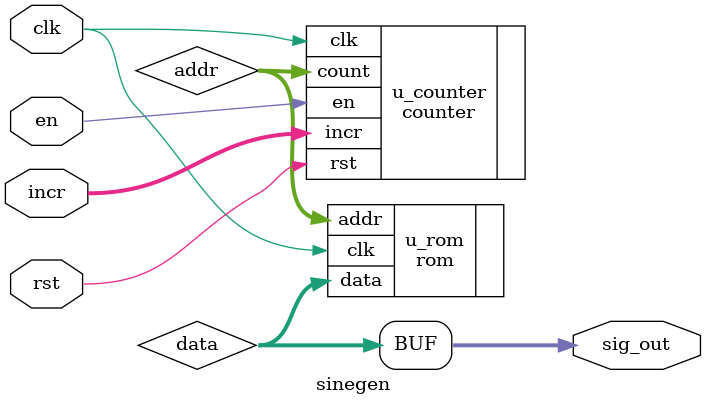
<source format=sv>
module sinegen(
    input  logic        clk,    // system clock
    input  logic        rst,    // system reset
    input  logic        en,     // enable signal
    input  logic [7:0]  incr,   // address input
    output logic [7:0]  sig_out // output signal#

);

    // Counter instance
    logic [7:0] addr;
    counter #(.WIDTH(8)) u_counter (
        .clk(clk),
        .rst(rst),
        .en(en),
        .incr(incr),
        .count(addr)
    );

    // ROM instance
    logic [7:0] data;
    rom u_rom (
        .clk(clk),
        .addr(addr),
        .data(data)
    );

    // Output assignment
    assign sig_out = data;
endmodule

</source>
